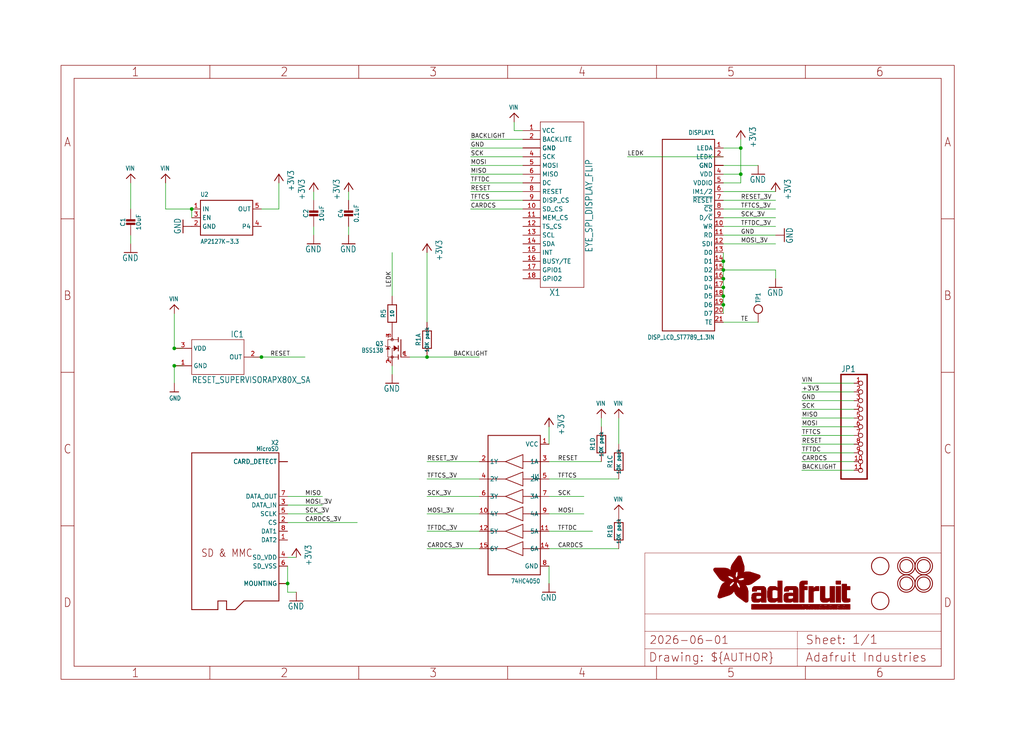
<source format=kicad_sch>
(kicad_sch (version 20230121) (generator eeschema)
  (paper "User" 298.45 217.322)
  (lib_symbols
    (symbol "working-eagle-import:+3V3" (power)
      (property "Value" "+3V3" (at -2.54 -5.08 90))
      (symbol "+3V3_1_0"
        (pin power_in line (at 0 -2.54 90) (length 2.54) (name "+3V3") (number "1"))
      )
    )
    (symbol "working-eagle-import:74HC4050DTSSOP"
      (property "Reference" "U" (at -7.62 22.86 0))
      (symbol "74HC4050DTSSOP_1_0"
        (pin bidirectional line (at -10.16 17.78 0) (length 2.54) (name "VCC") (number "1"))
        (pin bidirectional line (at 10.16 -2.54 180) (length 2.54) (name "4Y") (number "10"))
        (pin bidirectional line (at -10.16 -7.62 0) (length 2.54) (name "5A") (number "11"))
        (pin bidirectional line (at 10.16 -7.62 180) (length 2.54) (name "5Y") (number "12"))
        (pin bidirectional line (at -10.16 -12.7 0) (length 2.54) (name "6A") (number "14"))
        (pin bidirectional line (at 10.16 -12.7 180) (length 2.54) (name "6Y") (number "15"))
        (pin bidirectional line (at 10.16 12.7 180) (length 2.54) (name "1Y") (number "2"))
        (pin bidirectional line (at -10.16 12.7 0) (length 2.54) (name "1A") (number "3"))
        (pin bidirectional line (at 10.16 7.62 180) (length 2.54) (name "2Y") (number "4"))
        (pin bidirectional line (at -10.16 7.62 0) (length 2.54) (name "2A") (number "5"))
        (pin bidirectional line (at 10.16 2.54 180) (length 2.54) (name "3Y") (number "6"))
        (pin bidirectional line (at -10.16 2.54 0) (length 2.54) (name "3A") (number "7"))
        (pin bidirectional line (at -10.16 -17.78 0) (length 2.54) (name "GND") (number "8"))
        (pin bidirectional line (at -10.16 -2.54 0) (length 2.54) (name "4A") (number "9"))
      )
    )
    (symbol "working-eagle-import:CAP_CERAMIC0603_NO"
      (property "Reference" "C" (at -2.29 1.25 90))
      (symbol "CAP_CERAMIC0603_NO_1_0"
        (pin passive line (at 0 5.08 270) (length 2.54) (name "1") (number "1"))
        (pin passive line (at 0 -2.54 90) (length 2.54) (name "2") (number "2"))
      )
    )
    (symbol "working-eagle-import:CAP_CERAMIC0805-NOOUTLINE"
      (property "Reference" "C" (at -2.29 1.25 90))
      (symbol "CAP_CERAMIC0805-NOOUTLINE_1_0"
        (pin passive line (at 0 5.08 270) (length 2.54) (name "1") (number "1"))
        (pin passive line (at 0 -2.54 90) (length 2.54) (name "2") (number "2"))
      )
    )
    (symbol "working-eagle-import:DISP_LCD_ST7789_1.3IN"
      (property "Reference" "DISPLAY" (at -7.62 31.75 0))
      (symbol "DISP_LCD_ST7789_1.3IN_1_0"
        (pin input line (at -10.16 27.94 0) (length 2.54) (name "LEDA") (number "1"))
        (pin input line (at -10.16 5.08 0) (length 2.54) (name "WR") (number "10"))
        (pin input line (at -10.16 2.54 0) (length 2.54) (name "RD") (number "11"))
        (pin input line (at -10.16 0 0) (length 2.54) (name "SDI") (number "12"))
        (pin bidirectional line (at -10.16 -2.54 0) (length 2.54) (name "D0") (number "13"))
        (pin bidirectional line (at -10.16 -5.08 0) (length 2.54) (name "D1") (number "14"))
        (pin bidirectional line (at -10.16 -7.62 0) (length 2.54) (name "D2") (number "15"))
        (pin bidirectional line (at -10.16 -10.16 0) (length 2.54) (name "D3") (number "16"))
        (pin bidirectional line (at -10.16 -12.7 0) (length 2.54) (name "D4") (number "17"))
        (pin bidirectional line (at -10.16 -15.24 0) (length 2.54) (name "D5") (number "18"))
        (pin bidirectional line (at -10.16 -17.78 0) (length 2.54) (name "D6") (number "19"))
        (pin input line (at -10.16 25.4 0) (length 2.54) (name "LEDK") (number "2"))
        (pin bidirectional line (at -10.16 -20.32 0) (length 2.54) (name "D7") (number "20"))
        (pin output line (at -10.16 -22.86 0) (length 2.54) (name "TE") (number "21"))
        (pin power_in line (at -10.16 22.86 0) (length 2.54) (name "GND") (number "23"))
        (pin power_in line (at -10.16 22.86 0) (length 2.54) (name "GND") (number "24"))
        (pin power_in line (at -10.16 22.86 0) (length 2.54) (name "GND") (number "3"))
        (pin power_in line (at -10.16 20.32 0) (length 2.54) (name "VDD") (number "4"))
        (pin power_in line (at -10.16 17.78 0) (length 2.54) (name "VDDIO") (number "5"))
        (pin input line (at -10.16 15.24 0) (length 2.54) (name "IM1/2") (number "6"))
        (pin input line (at -10.16 12.7 0) (length 2.54) (name "~{RESET}") (number "7"))
        (pin input line (at -10.16 10.16 0) (length 2.54) (name "~{CS}") (number "8"))
        (pin input line (at -10.16 7.62 0) (length 2.54) (name "D/~{C}") (number "9"))
      )
    )
    (symbol "working-eagle-import:EYE_SPI_DISPLAY_FLIP"
      (property "Reference" "X" (at 2.54 -27.94 0))
      (symbol "EYE_SPI_DISPLAY_FLIP_1_0"
        (pin power_in line (at -5.08 20.32 0) (length 5.08) (name "VCC") (number "1"))
        (pin input line (at -5.08 -2.54 0) (length 5.08) (name "SD_CS") (number "10"))
        (pin input line (at -5.08 -5.08 0) (length 5.08) (name "MEM_CS") (number "11"))
        (pin input line (at -5.08 -7.62 0) (length 5.08) (name "TS_CS") (number "12"))
        (pin input line (at -5.08 -10.16 0) (length 5.08) (name "SCL") (number "13"))
        (pin bidirectional line (at -5.08 -12.7 0) (length 5.08) (name "SDA") (number "14"))
        (pin output line (at -5.08 -15.24 0) (length 5.08) (name "INT") (number "15"))
        (pin output line (at -5.08 -17.78 0) (length 5.08) (name "BUSY/TE") (number "16"))
        (pin passive line (at -5.08 -20.32 0) (length 5.08) (name "GPIO1") (number "17"))
        (pin passive line (at -5.08 -22.86 0) (length 5.08) (name "GPIO2") (number "18"))
        (pin input line (at -5.08 17.78 0) (length 5.08) (name "BACKLITE") (number "2"))
        (pin power_in line (at -5.08 15.24 0) (length 5.08) (name "GND") (number "3"))
        (pin input line (at -5.08 12.7 0) (length 5.08) (name "SCK") (number "4"))
        (pin input line (at -5.08 10.16 0) (length 5.08) (name "MOSI") (number "5"))
        (pin output line (at -5.08 7.62 0) (length 5.08) (name "MISO") (number "6"))
        (pin input line (at -5.08 5.08 0) (length 5.08) (name "DC") (number "7"))
        (pin input line (at -5.08 2.54 0) (length 5.08) (name "RESET") (number "8"))
        (pin input line (at -5.08 0 0) (length 5.08) (name "DISP_CS") (number "9"))
        (pin power_in line (at -5.08 15.24 0) (length 5.08) (name "GND") (number "SUPPORT1"))
        (pin power_in line (at -5.08 15.24 0) (length 5.08) (name "GND") (number "SUPPORT2"))
      )
    )
    (symbol "working-eagle-import:FIDUCIAL")
    (symbol "working-eagle-import:FRAME_A4_ADAFRUIT"
      (symbol "FRAME_A4_ADAFRUIT_1_0"
        (text "${#}/${##}" (at 230.505 10.16 0) (effects (font (size 2.54 2.54)) (justify left bottom)))
        (text "${AUTHOR}" (at 189.23 5.08 0) (effects (font (size 2.286 2.286)) (justify left bottom)))
        (text "${CURRENT_DATE}" (at 171.45 10.16 0) (effects (font (size 2.286 2.286)) (justify left bottom)))
        (text "${PROJECTNAME}" (at 171.45 15.24 0) (effects (font (size 2.54 2.54)) (justify left bottom)))
        (text "1" (at 21.6958 1.905 0) (effects (font (size 2.54 2.286))))
        (text "1" (at 21.6958 177.165 0) (effects (font (size 2.54 2.286))))
        (text "2" (at 65.0875 1.905 0) (effects (font (size 2.54 2.286))))
        (text "2" (at 65.0875 177.165 0) (effects (font (size 2.54 2.286))))
        (text "3" (at 108.4792 1.905 0) (effects (font (size 2.54 2.286))))
        (text "3" (at 108.4792 177.165 0) (effects (font (size 2.54 2.286))))
        (text "4" (at 151.8708 1.905 0) (effects (font (size 2.54 2.286))))
        (text "4" (at 151.8708 177.165 0) (effects (font (size 2.54 2.286))))
        (text "5" (at 195.2625 1.905 0) (effects (font (size 2.54 2.286))))
        (text "5" (at 195.2625 177.165 0) (effects (font (size 2.54 2.286))))
        (text "6" (at 238.6542 1.905 0) (effects (font (size 2.54 2.286))))
        (text "6" (at 238.6542 177.165 0) (effects (font (size 2.54 2.286))))
        (text "A" (at 1.905 156.6863 0) (effects (font (size 2.54 2.286))))
        (text "A" (at 258.445 156.6863 0) (effects (font (size 2.54 2.286))))
        (text "Adafruit Industries" (at 216.916 4.953 0) (effects (font (size 2.54 2.54)) (justify left bottom)))
        (text "B" (at 1.905 111.9188 0) (effects (font (size 2.54 2.286))))
        (text "B" (at 258.445 111.9188 0) (effects (font (size 2.54 2.286))))
        (text "C" (at 1.905 67.1513 0) (effects (font (size 2.54 2.286))))
        (text "C" (at 258.445 67.1513 0) (effects (font (size 2.54 2.286))))
        (text "D" (at 1.905 22.3838 0) (effects (font (size 2.54 2.286))))
        (text "D" (at 258.445 22.3838 0) (effects (font (size 2.54 2.286))))
        (text "Drawing:" (at 171.196 4.953 0) (effects (font (size 2.54 2.54)) (justify left bottom)))
        (text "Sheet:" (at 216.916 10.033 0) (effects (font (size 2.54 2.54)) (justify left bottom)))
      )
    )
    (symbol "working-eagle-import:GND" (power)
      (property "Value" "GND" (at -2.54 -2.54 0))
      (symbol "GND_1_0"
        (pin power_in line (at 0 2.54 270) (length 2.54) (name "GND") (number "1"))
      )
    )
    (symbol "working-eagle-import:HEADER-1X1176MIL"
      (property "Reference" "JP" (at -6.35 15.875 0))
      (symbol "HEADER-1X1176MIL_1_0"
        (pin passive inverted (at -2.54 12.7 0) (length 2.54) (name "1") (number "1"))
        (pin passive inverted (at -2.54 -10.16 0) (length 2.54) (name "10") (number "10"))
        (pin passive inverted (at -2.54 -12.7 0) (length 2.54) (name "11") (number "11"))
        (pin passive inverted (at -2.54 10.16 0) (length 2.54) (name "2") (number "2"))
        (pin passive inverted (at -2.54 7.62 0) (length 2.54) (name "3") (number "3"))
        (pin passive inverted (at -2.54 5.08 0) (length 2.54) (name "4") (number "4"))
        (pin passive inverted (at -2.54 2.54 0) (length 2.54) (name "5") (number "5"))
        (pin passive inverted (at -2.54 0 0) (length 2.54) (name "6") (number "6"))
        (pin passive inverted (at -2.54 -2.54 0) (length 2.54) (name "7") (number "7"))
        (pin passive inverted (at -2.54 -5.08 0) (length 2.54) (name "8") (number "8"))
        (pin passive inverted (at -2.54 -7.62 0) (length 2.54) (name "9") (number "9"))
      )
    )
    (symbol "working-eagle-import:MICROSD"
      (property "Reference" "X" (at -12.7 22.606 0))
      (symbol "MICROSD_1_0"
        (text "SD & MMC" (at -5.08 -10.16 0) (effects (font (size 2.1844 1.8567)) (justify left bottom)))
        (pin bidirectional line (at -15.24 -5.08 0) (length 2.54) (name "DAT2") (number "1"))
        (pin input line (at -15.24 0 0) (length 2.54) (name "CS") (number "2"))
        (pin input line (at -15.24 5.08 0) (length 2.54) (name "DATA_IN") (number "3"))
        (pin power_in line (at -15.24 -10.16 0) (length 2.54) (name "SD_VDD") (number "4"))
        (pin input line (at -15.24 2.54 0) (length 2.54) (name "SCLK") (number "5"))
        (pin power_in line (at -15.24 -12.7 0) (length 2.54) (name "SD_VSS") (number "6"))
        (pin output line (at -15.24 7.62 0) (length 2.54) (name "DATA_OUT") (number "7"))
        (pin bidirectional line (at -15.24 -2.54 0) (length 2.54) (name "DAT1") (number "8"))
        (pin passive line (at -15.24 17.78 0) (length 2.54) (name "CARD_DETECT") (number "CD1"))
        (pin passive line (at -15.24 17.78 0) (length 2.54) (name "CARD_DETECT") (number "CD2"))
        (pin passive line (at -15.24 -17.78 0) (length 2.54) (name "MOUNTING") (number "MT1"))
        (pin passive line (at -15.24 -17.78 0) (length 2.54) (name "MOUNTING") (number "MT2"))
      )
    )
    (symbol "working-eagle-import:MOSFET-NWIDE"
      (property "Reference" "Q" (at 5.08 0.635 0))
      (symbol "MOSFET-NWIDE_1_0"
        (text "D" (at 3.175 3.175 0) (effects (font (size 0.8128 0.6908)) (justify left bottom)))
        (text "G" (at -1.27 -1.905 0) (effects (font (size 0.8128 0.6908)) (justify left bottom)))
        (text "S" (at 3.175 -3.81 0) (effects (font (size 0.8128 0.6908)) (justify left bottom)))
        (pin bidirectional line (at -2.54 -2.54 0) (length 2.54) (name "G") (number "1"))
        (pin bidirectional line (at 2.54 -5.08 90) (length 2.54) (name "S") (number "2"))
        (pin bidirectional line (at 2.54 5.08 270) (length 2.54) (name "D") (number "3"))
      )
    )
    (symbol "working-eagle-import:MOUNTINGHOLE2.5")
    (symbol "working-eagle-import:RESET_SUPERVISORAPX80X_SA"
      (property "Reference" "IC" (at 7.62 7.62 0))
      (symbol "RESET_SUPERVISORAPX80X_SA_1_0"
        (pin power_in line (at -12.7 -2.54 0) (length 5.08) (name "GND") (number "1"))
        (pin output line (at 12.7 0 180) (length 5.08) (name "OUT") (number "2"))
        (pin power_in line (at -12.7 2.54 0) (length 5.08) (name "VDD") (number "3"))
      )
    )
    (symbol "working-eagle-import:RESISTOR_0603_NOOUT"
      (property "Reference" "R" (at 0 2.54 0))
      (symbol "RESISTOR_0603_NOOUT_1_0"
        (pin passive line (at -5.08 0 0) (length 2.54) (name "1") (number "1"))
        (pin passive line (at 5.08 0 180) (length 2.54) (name "2") (number "2"))
      )
    )
    (symbol "working-eagle-import:RESISTOR_4PACK"
      (property "Reference" "R" (at 0 2.54 0))
      (symbol "RESISTOR_4PACK_1_0"
        (pin passive line (at -5.08 0 0) (length 2.54) (name "1") (number "1"))
        (pin passive line (at 5.08 0 180) (length 2.54) (name "2") (number "8"))
      )
      (symbol "RESISTOR_4PACK_2_0"
        (pin passive line (at -5.08 0 0) (length 2.54) (name "1") (number "2"))
        (pin passive line (at 5.08 0 180) (length 2.54) (name "2") (number "7"))
      )
      (symbol "RESISTOR_4PACK_3_0"
        (pin passive line (at -5.08 0 0) (length 2.54) (name "1") (number "3"))
        (pin passive line (at 5.08 0 180) (length 2.54) (name "2") (number "6"))
      )
      (symbol "RESISTOR_4PACK_4_0"
        (pin passive line (at -5.08 0 0) (length 2.54) (name "1") (number "4"))
        (pin passive line (at 5.08 0 180) (length 2.54) (name "2") (number "5"))
      )
    )
    (symbol "working-eagle-import:TESTPOINTROUND1.5MM"
      (property "Reference" "TP" (at 0 5.588 90))
      (symbol "TESTPOINTROUND1.5MM_1_0"
        (pin bidirectional line (at 0 0 90) (length 2.54) (name "P$1") (number "P$1"))
      )
    )
    (symbol "working-eagle-import:VIN" (power)
      (property "Value" "VIN" (at -1.524 1.016 0))
      (symbol "VIN_1_0"
        (pin power_in line (at 0 -2.54 90) (length 2.54) (name "VIN") (number "1"))
      )
    )
    (symbol "working-eagle-import:VREG_SOT23-5"
      (property "Reference" "U" (at -7.62 6.096 0))
      (symbol "VREG_SOT23-5_1_0"
        (pin power_in line (at -10.16 2.54 0) (length 2.54) (name "IN") (number "1"))
        (pin power_in line (at -10.16 -2.54 0) (length 2.54) (name "GND") (number "2"))
        (pin input line (at -10.16 0 0) (length 2.54) (name "EN") (number "3"))
        (pin bidirectional line (at 10.16 -2.54 180) (length 2.54) (name "P4") (number "4"))
        (pin power_in line (at 10.16 2.54 180) (length 2.54) (name "OUT") (number "5"))
      )
    )
    (symbol "working-eagle-import:microbuilder_GND" (power)
      (property "Value" "microbuilder_GND" (at -1.524 -2.54 0))
      (symbol "microbuilder_GND_1_0"
        (pin power_in line (at 0 2.54 270) (length 2.54) (name "GND") (number "1"))
      )
    )
  )
  (junction (at 50.8 101.6))
  (junction (at 215.9 50.8))
  (junction (at 215.9 43.18))
  (junction (at 210.82 76.2))
  (junction (at 76.2 104.14))
  (junction (at 124.46 104.14))
  (junction (at 210.82 81.28))
  (junction (at 83.82 170.18))
  (junction (at 210.82 83.82))
  (junction (at 210.82 86.36))
  (junction (at 55.88 60.96))
  (junction (at 50.8 106.68))
  (junction (at 210.82 88.9))
  (junction (at 210.82 78.74))
  (wire (pts (xy 139.7 134.62) (xy 124.46 134.62)) (stroke (width 0.1524)))
  (wire (pts (xy 210.82 83.82) (xy 210.82 86.36)) (stroke (width 0.1524)))
  (wire (pts (xy 160.02 149.86) (xy 170.18 149.86)) (stroke (width 0.1524)))
  (wire (pts (xy 124.46 73.66) (xy 124.46 93.98)) (stroke (width 0.1524)))
  (wire (pts (xy 160.02 124.46) (xy 160.02 129.54)) (stroke (width 0.1524)))
  (wire (pts (xy 101.6 68.58) (xy 101.6 66.04)) (stroke (width 0.1524)))
  (wire (pts (xy 210.82 86.36) (xy 210.82 88.9)) (stroke (width 0.1524)))
  (wire (pts (xy 152.4 48.26) (xy 137.16 48.26)) (stroke (width 0.1524)))
  (wire (pts (xy 210.82 48.26) (xy 220.98 48.26)) (stroke (width 0.1524)))
  (wire (pts (xy 76.2 104.14) (xy 88.9 104.14)) (stroke (width 0.1524)))
  (wire (pts (xy 210.82 50.8) (xy 215.9 50.8)) (stroke (width 0.1524)))
  (wire (pts (xy 83.82 172.72) (xy 86.36 172.72)) (stroke (width 0.1524)))
  (wire (pts (xy 50.8 91.44) (xy 50.8 101.6)) (stroke (width 0.1524)))
  (wire (pts (xy 248.92 134.62) (xy 233.68 134.62)) (stroke (width 0.1524)))
  (wire (pts (xy 210.82 45.72) (xy 182.88 45.72)) (stroke (width 0.1524)))
  (wire (pts (xy 210.82 43.18) (xy 215.9 43.18)) (stroke (width 0.1524)))
  (wire (pts (xy 91.44 68.58) (xy 91.44 66.04)) (stroke (width 0.1524)))
  (wire (pts (xy 152.4 53.34) (xy 137.16 53.34)) (stroke (width 0.1524)))
  (wire (pts (xy 139.7 154.94) (xy 124.46 154.94)) (stroke (width 0.1524)))
  (wire (pts (xy 175.26 124.46) (xy 175.26 121.92)) (stroke (width 0.1524)))
  (wire (pts (xy 137.16 60.96) (xy 152.4 60.96)) (stroke (width 0.1524)))
  (wire (pts (xy 170.18 144.78) (xy 160.02 144.78)) (stroke (width 0.1524)))
  (wire (pts (xy 210.82 68.58) (xy 226.06 68.58)) (stroke (width 0.1524)))
  (wire (pts (xy 248.92 111.76) (xy 233.68 111.76)) (stroke (width 0.1524)))
  (wire (pts (xy 139.7 149.86) (xy 124.46 149.86)) (stroke (width 0.1524)))
  (wire (pts (xy 38.1 53.34) (xy 38.1 60.96)) (stroke (width 0.1524)))
  (wire (pts (xy 215.9 43.18) (xy 215.9 40.64)) (stroke (width 0.1524)))
  (wire (pts (xy 83.82 144.78) (xy 93.98 144.78)) (stroke (width 0.1524)))
  (wire (pts (xy 114.3 109.22) (xy 114.3 106.68)) (stroke (width 0.1524)))
  (wire (pts (xy 101.6 55.88) (xy 101.6 58.42)) (stroke (width 0.1524)))
  (wire (pts (xy 152.4 58.42) (xy 137.16 58.42)) (stroke (width 0.1524)))
  (wire (pts (xy 215.9 50.8) (xy 215.9 43.18)) (stroke (width 0.1524)))
  (wire (pts (xy 50.8 111.76) (xy 50.8 106.68)) (stroke (width 0.1524)))
  (wire (pts (xy 210.82 53.34) (xy 215.9 53.34)) (stroke (width 0.1524)))
  (wire (pts (xy 233.68 121.92) (xy 248.92 121.92)) (stroke (width 0.1524)))
  (wire (pts (xy 210.82 63.5) (xy 226.06 63.5)) (stroke (width 0.1524)))
  (wire (pts (xy 139.7 160.02) (xy 124.46 160.02)) (stroke (width 0.1524)))
  (wire (pts (xy 210.82 81.28) (xy 210.82 83.82)) (stroke (width 0.1524)))
  (wire (pts (xy 149.86 38.1) (xy 149.86 35.56)) (stroke (width 0.1524)))
  (wire (pts (xy 226.06 78.74) (xy 226.06 81.28)) (stroke (width 0.1524)))
  (wire (pts (xy 93.98 147.32) (xy 83.82 147.32)) (stroke (width 0.1524)))
  (wire (pts (xy 114.3 86.36) (xy 114.3 73.66)) (stroke (width 0.1524)))
  (wire (pts (xy 124.46 104.14) (xy 139.7 104.14)) (stroke (width 0.1524)))
  (wire (pts (xy 233.68 114.3) (xy 248.92 114.3)) (stroke (width 0.1524)))
  (wire (pts (xy 86.36 162.56) (xy 83.82 162.56)) (stroke (width 0.1524)))
  (wire (pts (xy 180.34 121.92) (xy 180.34 129.54)) (stroke (width 0.1524)))
  (wire (pts (xy 48.26 60.96) (xy 48.26 53.34)) (stroke (width 0.1524)))
  (wire (pts (xy 160.02 134.62) (xy 175.26 134.62)) (stroke (width 0.1524)))
  (wire (pts (xy 48.26 60.96) (xy 55.88 60.96)) (stroke (width 0.1524)))
  (wire (pts (xy 104.14 152.4) (xy 83.82 152.4)) (stroke (width 0.1524)))
  (wire (pts (xy 81.28 60.96) (xy 76.2 60.96)) (stroke (width 0.1524)))
  (wire (pts (xy 160.02 160.02) (xy 180.34 160.02)) (stroke (width 0.1524)))
  (wire (pts (xy 137.16 50.8) (xy 152.4 50.8)) (stroke (width 0.1524)))
  (wire (pts (xy 226.06 71.12) (xy 210.82 71.12)) (stroke (width 0.1524)))
  (wire (pts (xy 38.1 71.12) (xy 38.1 68.58)) (stroke (width 0.1524)))
  (wire (pts (xy 248.92 116.84) (xy 233.68 116.84)) (stroke (width 0.1524)))
  (wire (pts (xy 55.88 63.5) (xy 55.88 60.96)) (stroke (width 0.1524)))
  (wire (pts (xy 210.82 78.74) (xy 226.06 78.74)) (stroke (width 0.1524)))
  (wire (pts (xy 139.7 139.7) (xy 124.46 139.7)) (stroke (width 0.1524)))
  (wire (pts (xy 226.06 60.96) (xy 210.82 60.96)) (stroke (width 0.1524)))
  (wire (pts (xy 152.4 40.64) (xy 137.16 40.64)) (stroke (width 0.1524)))
  (wire (pts (xy 81.28 53.34) (xy 81.28 60.96)) (stroke (width 0.1524)))
  (wire (pts (xy 50.8 106.68) (xy 53.34 106.68)) (stroke (width 0.1524)))
  (wire (pts (xy 139.7 144.78) (xy 124.46 144.78)) (stroke (width 0.1524)))
  (wire (pts (xy 215.9 53.34) (xy 215.9 50.8)) (stroke (width 0.1524)))
  (wire (pts (xy 137.16 45.72) (xy 152.4 45.72)) (stroke (width 0.1524)))
  (wire (pts (xy 210.82 55.88) (xy 226.06 55.88)) (stroke (width 0.1524)))
  (wire (pts (xy 91.44 55.88) (xy 91.44 58.42)) (stroke (width 0.1524)))
  (wire (pts (xy 83.82 172.72) (xy 83.82 170.18)) (stroke (width 0.1524)))
  (wire (pts (xy 248.92 132.08) (xy 233.68 132.08)) (stroke (width 0.1524)))
  (wire (pts (xy 226.06 66.04) (xy 210.82 66.04)) (stroke (width 0.1524)))
  (wire (pts (xy 73.66 104.14) (xy 76.2 104.14)) (stroke (width 0.1524)))
  (wire (pts (xy 248.92 124.46) (xy 233.68 124.46)) (stroke (width 0.1524)))
  (wire (pts (xy 83.82 165.1) (xy 83.82 170.18)) (stroke (width 0.1524)))
  (wire (pts (xy 210.82 88.9) (xy 210.82 91.44)) (stroke (width 0.1524)))
  (wire (pts (xy 248.92 137.16) (xy 233.68 137.16)) (stroke (width 0.1524)))
  (wire (pts (xy 160.02 139.7) (xy 180.34 139.7)) (stroke (width 0.1524)))
  (wire (pts (xy 248.92 119.38) (xy 233.68 119.38)) (stroke (width 0.1524)))
  (wire (pts (xy 53.34 101.6) (xy 50.8 101.6)) (stroke (width 0.1524)))
  (wire (pts (xy 210.82 58.42) (xy 226.06 58.42)) (stroke (width 0.1524)))
  (wire (pts (xy 248.92 129.54) (xy 233.68 129.54)) (stroke (width 0.1524)))
  (wire (pts (xy 210.82 73.66) (xy 210.82 76.2)) (stroke (width 0.1524)))
  (wire (pts (xy 210.82 76.2) (xy 210.82 78.74)) (stroke (width 0.1524)))
  (wire (pts (xy 93.98 149.86) (xy 83.82 149.86)) (stroke (width 0.1524)))
  (wire (pts (xy 152.4 43.18) (xy 137.16 43.18)) (stroke (width 0.1524)))
  (wire (pts (xy 152.4 38.1) (xy 149.86 38.1)) (stroke (width 0.1524)))
  (wire (pts (xy 210.82 78.74) (xy 210.82 81.28)) (stroke (width 0.1524)))
  (wire (pts (xy 160.02 170.18) (xy 160.02 165.1)) (stroke (width 0.1524)))
  (wire (pts (xy 119.38 104.14) (xy 124.46 104.14)) (stroke (width 0.1524)))
  (wire (pts (xy 160.02 154.94) (xy 172.72 154.94)) (stroke (width 0.1524)))
  (wire (pts (xy 137.16 55.88) (xy 152.4 55.88)) (stroke (width 0.1524)))
  (wire (pts (xy 233.68 127) (xy 248.92 127)) (stroke (width 0.1524)))
  (wire (pts (xy 210.82 93.98) (xy 220.98 93.98)) (stroke (width 0.1524)))
  (label "TFTDC_3V" (at 124.46 154.94 0) (effects (font (size 1.2446 1.2446))))
  (label "LEDK" (at 182.88 45.72 0) (effects (font (size 1.2446 1.2446))))
  (label "BACKLIGHT" (at 132.08 104.14 0) (effects (font (size 1.2446 1.2446))))
  (label "MOSI_3V" (at 88.9 147.32 0) (effects (font (size 1.2446 1.2446))))
  (label "GND" (at 233.68 116.84 0) (effects (font (size 1.2446 1.2446))))
  (label "MOSI" (at 162.56 149.86 0) (effects (font (size 1.2446 1.2446))))
  (label "CARDCS" (at 233.68 134.62 0) (effects (font (size 1.2446 1.2446))))
  (label "MISO" (at 88.9 144.78 0) (effects (font (size 1.2446 1.2446))))
  (label "GND" (at 215.9 68.58 0) (effects (font (size 1.2446 1.2446))))
  (label "SCK_3V" (at 215.9 63.5 0) (effects (font (size 1.2446 1.2446))))
  (label "TFTDC" (at 137.16 53.34 0) (effects (font (size 1.2446 1.2446))))
  (label "RESET_3V" (at 124.46 134.62 0) (effects (font (size 1.2446 1.2446))))
  (label "CARDCS" (at 137.16 60.96 0) (effects (font (size 1.2446 1.2446))))
  (label "SCK_3V" (at 124.46 144.78 0) (effects (font (size 1.2446 1.2446))))
  (label "TFTCS" (at 162.56 139.7 0) (effects (font (size 1.2446 1.2446))))
  (label "+3V3" (at 233.68 114.3 0) (effects (font (size 1.2446 1.2446))))
  (label "RESET_3V" (at 215.9 58.42 0) (effects (font (size 1.2446 1.2446))))
  (label "GND" (at 137.16 43.18 0) (effects (font (size 1.2446 1.2446))))
  (label "SCK_3V" (at 88.9 149.86 0) (effects (font (size 1.2446 1.2446))))
  (label "LEDK" (at 114.3 83.82 90) (effects (font (size 1.2446 1.2446))))
  (label "RESET" (at 78.74 104.14 0) (effects (font (size 1.2446 1.2446))))
  (label "CARDCS_3V" (at 88.9 152.4 0) (effects (font (size 1.2446 1.2446))))
  (label "BACKLIGHT" (at 137.16 40.64 0) (effects (font (size 1.2446 1.2446))))
  (label "MISO" (at 137.16 50.8 0) (effects (font (size 1.2446 1.2446))))
  (label "MOSI" (at 233.68 124.46 0) (effects (font (size 1.2446 1.2446))))
  (label "TE" (at 215.9 93.98 0) (effects (font (size 1.2446 1.2446))))
  (label "TFTCS" (at 233.68 127 0) (effects (font (size 1.2446 1.2446))))
  (label "CARDCS" (at 162.56 160.02 0) (effects (font (size 1.2446 1.2446))))
  (label "TFTDC" (at 233.68 132.08 0) (effects (font (size 1.2446 1.2446))))
  (label "MOSI_3V" (at 215.9 71.12 0) (effects (font (size 1.2446 1.2446))))
  (label "MISO" (at 233.68 121.92 0) (effects (font (size 1.2446 1.2446))))
  (label "SCK" (at 233.68 119.38 0) (effects (font (size 1.2446 1.2446))))
  (label "SCK" (at 162.56 144.78 0) (effects (font (size 1.2446 1.2446))))
  (label "SCK" (at 137.16 45.72 0) (effects (font (size 1.2446 1.2446))))
  (label "RESET" (at 162.56 134.62 0) (effects (font (size 1.2446 1.2446))))
  (label "TFTCS" (at 137.16 58.42 0) (effects (font (size 1.2446 1.2446))))
  (label "TFTDC_3V" (at 215.9 66.04 0) (effects (font (size 1.2446 1.2446))))
  (label "RESET" (at 137.16 55.88 0) (effects (font (size 1.2446 1.2446))))
  (label "TFTDC" (at 162.56 154.94 0) (effects (font (size 1.2446 1.2446))))
  (label "TFTCS_3V" (at 124.46 139.7 0) (effects (font (size 1.2446 1.2446))))
  (label "BACKLIGHT" (at 233.68 137.16 0) (effects (font (size 1.2446 1.2446))))
  (label "CARDCS_3V" (at 124.46 160.02 0) (effects (font (size 1.2446 1.2446))))
  (label "RESET" (at 233.68 129.54 0) (effects (font (size 1.2446 1.2446))))
  (label "TFTCS_3V" (at 215.9 60.96 0) (effects (font (size 1.2446 1.2446))))
  (label "MOSI_3V" (at 124.46 149.86 0) (effects (font (size 1.2446 1.2446))))
  (label "MOSI" (at 137.16 48.26 0) (effects (font (size 1.2446 1.2446))))
  (label "VIN" (at 233.68 111.76 0) (effects (font (size 1.2446 1.2446))))
  (symbol (lib_id "working-eagle-import:RESISTOR_4PACK") (at 180.34 154.94 90) (unit 2)
    (property "Reference" "R1" (at 177.8 154.94 0))
    (property "Value" "10K pack" (at 180.34 154.94 0) (effects (font (size 1.016 1.016) bold)))
    (property "Footprint" "working:RESPACK_4X0603" (effects hide))
  )
  (symbol (lib_id "working-eagle-import:VIN") (at 149.86 33.02 0) (unit 1)
    (property "Reference" "#U$25" (effects hide))
    (property "Value" "VIN" (at 148.336 32.004 0) (effects (font (size 1.27 1.0795)) (justify left bottom)))
  )
  (symbol (lib_id "working-eagle-import:+3V3") (at 226.06 53.34 0) (mirror y) (unit 1)
    (property "Reference" "#+3V5" (effects hide))
    (property "Value" "+3V3" (at 228.6 58.42 90) (effects (font (size 1.778 1.5113)) (justify left bottom)))
  )
  (symbol (lib_id "working-eagle-import:+3V3") (at 86.36 160.02 0) (mirror y) (unit 1)
    (property "Reference" "#+3V4" (effects hide))
    (property "Value" "+3V3" (at 88.9 165.1 90) (effects (font (size 1.778 1.5113)) (justify left bottom)))
  )
  (symbol (lib_id "working-eagle-import:HEADER-1X1176MIL") (at 251.46 124.46 0) (unit 1)
    (property "Reference" "JP1" (at 245.11 108.585 0) (effects (font (size 1.778 1.5113)) (justify left bottom)))
    (property "Value" "HEADER-1X1176MIL" (effects hide))
    (property "Footprint" "working:1X11_ROUND_76" (effects hide))
  )
  (symbol (lib_id "working-eagle-import:GND") (at 160.02 172.72 0) (unit 1)
    (property "Reference" "#GND2" (effects hide))
    (property "Value" "GND" (at 157.48 175.26 0) (effects (font (size 1.778 1.5113)) (justify left bottom)))
  )
  (symbol (lib_id "working-eagle-import:GND") (at 38.1 73.66 0) (unit 1)
    (property "Reference" "#GND12" (effects hide))
    (property "Value" "GND" (at 35.56 76.2 0) (effects (font (size 1.778 1.5113)) (justify left bottom)))
  )
  (symbol (lib_id "working-eagle-import:GND") (at 226.06 83.82 0) (unit 1)
    (property "Reference" "#GND4" (effects hide))
    (property "Value" "GND" (at 223.52 86.36 0) (effects (font (size 1.778 1.5113)) (justify left bottom)))
  )
  (symbol (lib_id "working-eagle-import:MOUNTINGHOLE2.5") (at 264.16 170.18 0) (unit 1)
    (property "Reference" "U$10" (effects hide))
    (property "Value" "MOUNTINGHOLE2.5" (effects hide))
    (property "Footprint" "working:MOUNTINGHOLE_2.5_PLATED" (effects hide))
  )
  (symbol (lib_id "working-eagle-import:GND") (at 86.36 175.26 0) (unit 1)
    (property "Reference" "#GND1" (effects hide))
    (property "Value" "GND" (at 83.82 177.8 0) (effects (font (size 1.778 1.5113)) (justify left bottom)))
  )
  (symbol (lib_id "working-eagle-import:+3V3") (at 101.6 53.34 0) (unit 1)
    (property "Reference" "#+3V8" (effects hide))
    (property "Value" "+3V3" (at 99.06 58.42 90) (effects (font (size 1.778 1.5113)) (justify left bottom)))
  )
  (symbol (lib_id "working-eagle-import:FIDUCIAL") (at 256.54 165.1 0) (unit 1)
    (property "Reference" "U$4" (effects hide))
    (property "Value" "FIDUCIAL" (effects hide))
    (property "Footprint" "working:FIDUCIAL_1MM" (effects hide))
  )
  (symbol (lib_id "working-eagle-import:CAP_CERAMIC0603_NO") (at 101.6 63.5 0) (unit 1)
    (property "Reference" "C4" (at 99.31 62.25 90))
    (property "Value" "0.1uF" (at 103.9 62.25 90))
    (property "Footprint" "working:0603-NO" (effects hide))
  )
  (symbol (lib_id "working-eagle-import:VIN") (at 48.26 50.8 0) (unit 1)
    (property "Reference" "#U$6" (effects hide))
    (property "Value" "VIN" (at 46.736 49.784 0) (effects (font (size 1.27 1.0795)) (justify left bottom)))
  )
  (symbol (lib_id "working-eagle-import:+3V3") (at 160.02 121.92 0) (mirror y) (unit 1)
    (property "Reference" "#+3V3" (effects hide))
    (property "Value" "+3V3" (at 162.56 127 90) (effects (font (size 1.778 1.5113)) (justify left bottom)))
  )
  (symbol (lib_id "working-eagle-import:74HC4050DTSSOP") (at 149.86 147.32 0) (mirror y) (unit 1)
    (property "Reference" "U1" (at 157.48 139.7 0) (effects (font (size 1.27 1.0795)) (justify left bottom)))
    (property "Value" "74HC4050" (at 157.48 170.18 0) (effects (font (size 1.27 1.0795)) (justify left bottom)))
    (property "Footprint" "working:TSSOP16" (effects hide))
  )
  (symbol (lib_id "working-eagle-import:CAP_CERAMIC0805-NOOUTLINE") (at 38.1 66.04 0) (unit 1)
    (property "Reference" "C1" (at 35.81 64.79 90))
    (property "Value" "10uF" (at 40.4 64.79 90))
    (property "Footprint" "working:0805-NO" (effects hide))
  )
  (symbol (lib_id "working-eagle-import:VIN") (at 180.34 119.38 0) (unit 1)
    (property "Reference" "#U$12" (effects hide))
    (property "Value" "VIN" (at 178.816 118.364 0) (effects (font (size 1.27 1.0795)) (justify left bottom)))
  )
  (symbol (lib_id "working-eagle-import:GND") (at 53.34 66.04 270) (unit 1)
    (property "Reference" "#GND9" (effects hide))
    (property "Value" "GND" (at 50.8 63.5 0) (effects (font (size 1.778 1.5113)) (justify left bottom)))
  )
  (symbol (lib_id "working-eagle-import:CAP_CERAMIC0805-NOOUTLINE") (at 91.44 63.5 0) (unit 1)
    (property "Reference" "C2" (at 89.15 62.25 90))
    (property "Value" "10uF" (at 93.74 62.25 90))
    (property "Footprint" "working:0805-NO" (effects hide))
  )
  (symbol (lib_id "working-eagle-import:FRAME_A4_ADAFRUIT") (at 17.78 198.12 0) (unit 1)
    (property "Reference" "#U$15" (effects hide))
    (property "Value" "FRAME_A4_ADAFRUIT" (effects hide))
  )
  (symbol (lib_id "working-eagle-import:+3V3") (at 215.9 38.1 0) (mirror y) (unit 1)
    (property "Reference" "#+3V7" (effects hide))
    (property "Value" "+3V3" (at 218.44 43.18 90) (effects (font (size 1.778 1.5113)) (justify left bottom)))
  )
  (symbol (lib_id "working-eagle-import:+3V3") (at 81.28 50.8 0) (mirror y) (unit 1)
    (property "Reference" "#+3V2" (effects hide))
    (property "Value" "+3V3" (at 83.82 55.88 90) (effects (font (size 1.778 1.5113)) (justify left bottom)))
  )
  (symbol (lib_id "working-eagle-import:GND") (at 101.6 71.12 0) (unit 1)
    (property "Reference" "#GND13" (effects hide))
    (property "Value" "GND" (at 99.06 73.66 0) (effects (font (size 1.778 1.5113)) (justify left bottom)))
  )
  (symbol (lib_id "working-eagle-import:DISP_LCD_ST7789_1.3IN") (at 200.66 71.12 0) (mirror y) (unit 1)
    (property "Reference" "DISPLAY1" (at 208.28 39.37 0) (effects (font (size 1.27 1.0795)) (justify left bottom)))
    (property "Value" "DISP_LCD_ST7789_1.3IN" (at 208.28 99.06 0) (effects (font (size 1.27 1.0795)) (justify left bottom)))
    (property "Footprint" "working:TFT_1.3IN_240X240_24P" (effects hide))
  )
  (symbol (lib_id "working-eagle-import:+3V3") (at 124.46 71.12 0) (mirror y) (unit 1)
    (property "Reference" "#+3V9" (effects hide))
    (property "Value" "+3V3" (at 127 76.2 90) (effects (font (size 1.778 1.5113)) (justify left bottom)))
  )
  (symbol (lib_id "working-eagle-import:RESISTOR_0603_NOOUT") (at 114.3 91.44 90) (unit 1)
    (property "Reference" "R5" (at 111.76 91.44 0))
    (property "Value" "10" (at 114.3 91.44 0) (effects (font (size 1.016 1.016) bold)))
    (property "Footprint" "working:0603-NO" (effects hide))
  )
  (symbol (lib_id "working-eagle-import:TESTPOINTROUND1.5MM") (at 220.98 93.98 0) (unit 1)
    (property "Reference" "TP1" (at 220.98 88.392 90) (effects (font (size 1.27 1.0795)) (justify left)))
    (property "Value" "TESTPOINTROUND1.5MM" (effects hide))
    (property "Footprint" "working:TESTPOINT_ROUND_1.5MM" (effects hide))
  )
  (symbol (lib_id "working-eagle-import:MICROSD") (at 68.58 152.4 0) (mirror y) (unit 1)
    (property "Reference" "X2" (at 81.28 129.794 0) (effects (font (size 1.27 1.0795)) (justify left bottom)))
    (property "Value" "MicroSD" (at 81.28 131.572 0) (effects (font (size 1.27 1.0795)) (justify left bottom)))
    (property "Footprint" "working:MICROSD" (effects hide))
  )
  (symbol (lib_id "working-eagle-import:VIN") (at 50.8 88.9 0) (unit 1)
    (property "Reference" "#U$17" (effects hide))
    (property "Value" "VIN" (at 49.276 87.884 0) (effects (font (size 1.27 1.0795)) (justify left bottom)))
  )
  (symbol (lib_id "working-eagle-import:GND") (at 228.6 68.58 90) (unit 1)
    (property "Reference" "#GND6" (effects hide))
    (property "Value" "GND" (at 231.14 71.12 0) (effects (font (size 1.778 1.5113)) (justify left bottom)))
  )
  (symbol (lib_id "working-eagle-import:RESISTOR_4PACK") (at 124.46 99.06 90) (unit 1)
    (property "Reference" "R1" (at 121.92 99.06 0))
    (property "Value" "10K pack" (at 124.46 99.06 0) (effects (font (size 1.016 1.016) bold)))
    (property "Footprint" "working:RESPACK_4X0603" (effects hide))
  )
  (symbol (lib_id "working-eagle-import:GND") (at 114.3 111.76 0) (unit 1)
    (property "Reference" "#GND5" (effects hide))
    (property "Value" "GND" (at 111.76 114.3 0) (effects (font (size 1.778 1.5113)) (justify left bottom)))
  )
  (symbol (lib_id "working-eagle-import:GND") (at 91.44 71.12 0) (unit 1)
    (property "Reference" "#GND11" (effects hide))
    (property "Value" "GND" (at 88.9 73.66 0) (effects (font (size 1.778 1.5113)) (justify left bottom)))
  )
  (symbol (lib_id "working-eagle-import:MOUNTINGHOLE2.5") (at 269.24 170.18 0) (unit 1)
    (property "Reference" "U$9" (effects hide))
    (property "Value" "MOUNTINGHOLE2.5" (effects hide))
    (property "Footprint" "working:MOUNTINGHOLE_2.5_PLATED" (effects hide))
  )
  (symbol (lib_id "working-eagle-import:VREG_SOT23-5") (at 66.04 63.5 0) (unit 1)
    (property "Reference" "U2" (at 58.42 57.404 0) (effects (font (size 1.27 1.0795)) (justify left bottom)))
    (property "Value" "AP2127K-3.3" (at 58.42 71.12 0) (effects (font (size 1.27 1.0795)) (justify left bottom)))
    (property "Footprint" "working:SOT23-5" (effects hide))
  )
  (symbol (lib_id "working-eagle-import:+3V3") (at 91.44 53.34 0) (unit 1)
    (property "Reference" "#+3V6" (effects hide))
    (property "Value" "+3V3" (at 88.9 58.42 90) (effects (font (size 1.778 1.5113)) (justify left bottom)))
  )
  (symbol (lib_id "working-eagle-import:FIDUCIAL") (at 256.54 175.26 0) (unit 1)
    (property "Reference" "U$5" (effects hide))
    (property "Value" "FIDUCIAL" (effects hide))
    (property "Footprint" "working:FIDUCIAL_1MM" (effects hide))
  )
  (symbol (lib_id "working-eagle-import:GND") (at 220.98 50.8 0) (unit 1)
    (property "Reference" "#GND3" (effects hide))
    (property "Value" "GND" (at 218.44 53.34 0) (effects (font (size 1.778 1.5113)) (justify left bottom)))
  )
  (symbol (lib_id "working-eagle-import:RESISTOR_4PACK") (at 175.26 129.54 90) (unit 4)
    (property "Reference" "R1" (at 172.72 129.54 0))
    (property "Value" "10K pack" (at 175.26 129.54 0) (effects (font (size 1.016 1.016) bold)))
    (property "Footprint" "working:RESPACK_4X0603" (effects hide))
  )
  (symbol (lib_id "working-eagle-import:VIN") (at 180.34 147.32 0) (unit 1)
    (property "Reference" "#U$13" (effects hide))
    (property "Value" "VIN" (at 178.816 146.304 0) (effects (font (size 1.27 1.0795)) (justify left bottom)))
  )
  (symbol (lib_id "working-eagle-import:RESET_SUPERVISORAPX80X_SA") (at 63.5 104.14 0) (unit 1)
    (property "Reference" "IC1" (at 71.12 96.52 0) (effects (font (size 1.778 1.5113)) (justify right top)))
    (property "Value" "RESET_SUPERVISORAPX80X_SA" (at 55.88 111.76 0) (effects (font (size 1.778 1.5113)) (justify left bottom)))
    (property "Footprint" "working:SOT23-WIDE" (effects hide))
  )
  (symbol (lib_id "working-eagle-import:RESISTOR_4PACK") (at 180.34 134.62 90) (unit 3)
    (property "Reference" "R1" (at 177.8 134.62 0))
    (property "Value" "10K pack" (at 180.34 134.62 0) (effects (font (size 1.016 1.016) bold)))
    (property "Footprint" "working:RESPACK_4X0603" (effects hide))
  )
  (symbol (lib_id "working-eagle-import:VIN") (at 175.26 119.38 0) (unit 1)
    (property "Reference" "#U$14" (effects hide))
    (property "Value" "VIN" (at 173.736 118.364 0) (effects (font (size 1.27 1.0795)) (justify left bottom)))
  )
  (symbol (lib_id "working-eagle-import:microbuilder_GND") (at 50.8 114.3 0) (unit 1)
    (property "Reference" "#U$11" (effects hide))
    (property "Value" "GND" (at 49.276 116.84 0) (effects (font (size 1.27 1.0795)) (justify left bottom)))
  )
  (symbol (lib_id "working-eagle-import:EYE_SPI_DISPLAY_FLIP") (at 157.48 58.42 0) (unit 1)
    (property "Reference" "X1" (at 160.02 86.36 0) (effects (font (size 1.9304 1.6408)) (justify left bottom)))
    (property "Value" "EYE_SPI_DISPLAY_FLIP" (at 172.72 73.66 90) (effects (font (size 1.9304 1.6408)) (justify left bottom)))
    (property "Footprint" "working:EYE_SPI_DISPLAY_BOTCONTACT" (effects hide))
  )
  (symbol (lib_id "working-eagle-import:MOSFET-NWIDE") (at 116.84 101.6 0) (mirror y) (unit 1)
    (property "Reference" "Q3" (at 111.76 100.965 0) (effects (font (size 1.27 1.0795)) (justify left bottom)))
    (property "Value" "BSS138" (at 111.76 102.87 0) (effects (font (size 1.27 1.0795)) (justify left bottom)))
    (property "Footprint" "working:SOT23-WIDE" (effects hide))
  )
  (symbol (lib_id "working-eagle-import:VIN") (at 38.1 50.8 0) (unit 1)
    (property "Reference" "#U$1" (effects hide))
    (property "Value" "VIN" (at 36.576 49.784 0) (effects (font (size 1.27 1.0795)) (justify left bottom)))
  )
  (symbol (lib_id "working-eagle-import:MOUNTINGHOLE2.5") (at 269.24 165.1 0) (unit 1)
    (property "Reference" "U$8" (effects hide))
    (property "Value" "MOUNTINGHOLE2.5" (effects hide))
    (property "Footprint" "working:MOUNTINGHOLE_2.5_PLATED" (effects hide))
  )
  (symbol (lib_id "working-eagle-import:MOUNTINGHOLE2.5") (at 264.16 165.1 0) (unit 1)
    (property "Reference" "U$7" (effects hide))
    (property "Value" "MOUNTINGHOLE2.5" (effects hide))
    (property "Footprint" "working:MOUNTINGHOLE_2.5_PLATED" (effects hide))
  )
)
</source>
